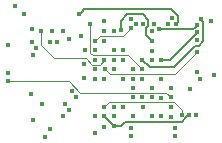
<source format=gbr>
G04 #@! TF.GenerationSoftware,KiCad,Pcbnew,(5.1.0)-1*
G04 #@! TF.CreationDate,2019-09-19T19:12:12-07:00*
G04 #@! TF.ProjectId,WireFreeV4_Release,57697265-4672-4656-9556-345f52656c65,rev?*
G04 #@! TF.SameCoordinates,Original*
G04 #@! TF.FileFunction,Copper,L4,Inr*
G04 #@! TF.FilePolarity,Positive*
%FSLAX46Y46*%
G04 Gerber Fmt 4.6, Leading zero omitted, Abs format (unit mm)*
G04 Created by KiCad (PCBNEW (5.1.0)-1) date 2019-09-19 19:12:12*
%MOMM*%
%LPD*%
G04 APERTURE LIST*
%ADD10C,0.450000*%
%ADD11C,0.152400*%
%ADD12C,0.101600*%
G04 APERTURE END LIST*
D10*
X119829580Y-96649540D03*
X122580400Y-98501200D03*
X125242320Y-99933760D03*
X128292860Y-100162360D03*
X124310140Y-94089220D03*
X120238520Y-92781120D03*
X117891560Y-92504260D03*
X121066560Y-100279200D03*
X121452640Y-99585780D03*
X118518940Y-89171780D03*
X128463040Y-98536760D03*
X132062220Y-99501960D03*
X131660900Y-97750840D03*
X129265680Y-96936560D03*
X129293620Y-97750840D03*
X130063240Y-96124820D03*
X126865380Y-94548341D03*
X126862840Y-92937120D03*
X129265380Y-95353952D03*
X128468120Y-95353952D03*
X125260100Y-95359895D03*
X123063000Y-91948000D03*
X133858000Y-94767400D03*
X130248660Y-90728800D03*
X132036820Y-100208080D03*
X126842520Y-91269820D03*
X122717560Y-97482660D03*
X126039880Y-99402900D03*
X119234540Y-89855720D03*
X128468097Y-96124820D03*
X130863340Y-96945240D03*
X128468120Y-96930420D03*
X127662940Y-93742739D03*
X130867360Y-95353952D03*
X130065780Y-91340940D03*
X130061750Y-93734670D03*
X122084750Y-92276010D03*
X122593100Y-91315540D03*
X135351520Y-95039180D03*
X117894100Y-94896940D03*
X123040140Y-98031300D03*
X123642118Y-96923860D03*
X135063920Y-90474800D03*
X131476805Y-90747319D03*
X134148610Y-95412560D03*
X131658360Y-98553060D03*
X133319520Y-96248220D03*
X133786880Y-98397060D03*
X130063240Y-98536760D03*
X127662940Y-95353952D03*
X130864009Y-98536938D03*
X130060700Y-96939100D03*
X127654260Y-97750840D03*
X128463040Y-94543251D03*
X119895620Y-91147900D03*
X119903240Y-92240100D03*
X123342203Y-96419967D03*
X119987060Y-93345000D03*
X124336722Y-95276717D03*
X119989600Y-98846640D03*
X123918980Y-89910920D03*
X132097780Y-90751660D03*
X127662940Y-92932049D03*
X124104400Y-91734638D03*
X124866398Y-90726260D03*
X129249618Y-94543880D03*
X126062740Y-92128959D03*
X125997750Y-90504767D03*
X127451406Y-91262011D03*
X130063240Y-92116690D03*
X128269350Y-91089712D03*
X125256080Y-92137450D03*
X124454920Y-92928440D03*
X128289260Y-90335100D03*
X128754707Y-90749120D03*
X125265180Y-93748672D03*
X129307240Y-90752580D03*
X125265180Y-94554283D03*
X131790440Y-90251280D03*
X130063240Y-92995970D03*
X130872440Y-93734670D03*
X133920450Y-91417140D03*
X130642360Y-91180920D03*
X133920450Y-90832212D03*
X129261863Y-93737220D03*
X134222000Y-90288996D03*
X131663440Y-96139000D03*
X133920450Y-92046681D03*
X126853977Y-93742730D03*
X125265180Y-98539300D03*
X121460260Y-92252800D03*
X125265180Y-92943061D03*
X120810020Y-97459800D03*
X125992680Y-91310368D03*
X126858235Y-98535215D03*
X126848650Y-97750850D03*
X133920450Y-93050297D03*
X126067820Y-94554283D03*
X126060200Y-97744280D03*
X132615940Y-98397060D03*
X128295400Y-99491800D03*
X126060200Y-98536760D03*
X126870460Y-99380040D03*
X133207760Y-98397060D03*
X131664574Y-96936139D03*
X117899180Y-95547180D03*
X126065280Y-93742309D03*
X120672429Y-91277440D03*
X126065280Y-95338900D03*
X121612660Y-91335860D03*
D11*
X124143979Y-89685921D02*
X123918980Y-89910920D01*
X132322779Y-90072419D02*
X131738161Y-89487801D01*
X124342099Y-89487801D02*
X124143979Y-89685921D01*
X132097780Y-90751660D02*
X132322779Y-90526661D01*
X132322779Y-90526661D02*
X132322779Y-90072419D01*
X131738161Y-89487801D02*
X124342099Y-89487801D01*
D12*
X124866398Y-91044458D02*
X124866398Y-90726260D01*
X124866398Y-93131638D02*
X124866398Y-91044458D01*
X125074680Y-93339920D02*
X124866398Y-93131638D01*
X129249618Y-94543880D02*
X128045658Y-93339920D01*
X128045658Y-93339920D02*
X125074680Y-93339920D01*
D11*
X129838241Y-91891691D02*
X130063240Y-92116690D01*
X127990600Y-89893140D02*
X129305566Y-89893140D01*
X127451406Y-91262011D02*
X127451406Y-90432334D01*
X129305566Y-89893140D02*
X129760980Y-90348554D01*
X129760980Y-90348554D02*
X129760980Y-90929460D01*
X129760980Y-90929460D02*
X129611120Y-91079320D01*
X129611120Y-91664570D02*
X129838241Y-91891691D01*
X129611120Y-91079320D02*
X129611120Y-91664570D01*
X127451406Y-90432334D02*
X127990600Y-89893140D01*
D12*
X128044351Y-91314711D02*
X128269350Y-91089712D01*
X127621882Y-91737180D02*
X128044351Y-91314711D01*
X125256080Y-92137450D02*
X125656350Y-91737180D01*
X125656350Y-91737180D02*
X127621882Y-91737180D01*
D11*
X133695451Y-91642139D02*
X133920450Y-91417140D01*
X130872440Y-93734670D02*
X131602920Y-93734670D01*
X131602920Y-93734670D02*
X133695451Y-91642139D01*
X130642360Y-91180920D02*
X133571742Y-91180920D01*
X133695451Y-91057211D02*
X133920450Y-90832212D01*
X133571742Y-91180920D02*
X133695451Y-91057211D01*
X129261863Y-93737220D02*
X129880563Y-94355920D01*
X134058660Y-92557600D02*
X134446999Y-92169261D01*
X131912360Y-94355920D02*
X133710680Y-92557600D01*
X134446999Y-92169261D02*
X134446999Y-90513995D01*
X133710680Y-92557600D02*
X134058660Y-92557600D01*
X134446999Y-90513995D02*
X134222000Y-90288996D01*
X129880563Y-94355920D02*
X131912360Y-94355920D01*
D12*
X131994196Y-94976551D02*
X132019605Y-94951142D01*
X126490088Y-94976551D02*
X131994196Y-94976551D01*
X126067820Y-94554283D02*
X126490088Y-94976551D01*
X131994196Y-94976551D02*
X133920450Y-93050297D01*
X126285199Y-97519281D02*
X126060200Y-97744280D01*
X126469140Y-97335340D02*
X126285199Y-97519281D01*
X131975860Y-97335340D02*
X126469140Y-97335340D01*
X132615940Y-98397060D02*
X132615940Y-97975420D01*
X132615940Y-97975420D02*
X131975860Y-97335340D01*
D11*
X126870460Y-99347020D02*
X126060200Y-98536760D01*
X132982761Y-98622059D02*
X133207760Y-98397060D01*
X132595620Y-99009200D02*
X132982761Y-98622059D01*
X127802640Y-99009200D02*
X132595620Y-99009200D01*
X126870460Y-99380040D02*
X127431800Y-99380040D01*
X127431800Y-99380040D02*
X127802640Y-99009200D01*
D12*
X118217378Y-95547180D02*
X117899180Y-95547180D01*
X123027970Y-95547180D02*
X118217378Y-95547180D01*
X124033809Y-96553019D02*
X123027970Y-95547180D01*
X131281454Y-96553019D02*
X124033809Y-96553019D01*
X131664574Y-96936139D02*
X131281454Y-96553019D01*
X125034040Y-94152720D02*
X125032793Y-94151473D01*
X126065280Y-93742309D02*
X125654869Y-94152720D01*
X125654869Y-94152720D02*
X125034040Y-94152720D01*
X120672429Y-92460649D02*
X120672429Y-91277440D01*
X121823480Y-93611700D02*
X120672429Y-92460649D01*
X125034040Y-94152720D02*
X124493020Y-93611700D01*
X124493020Y-93611700D02*
X121823480Y-93611700D01*
M02*

</source>
